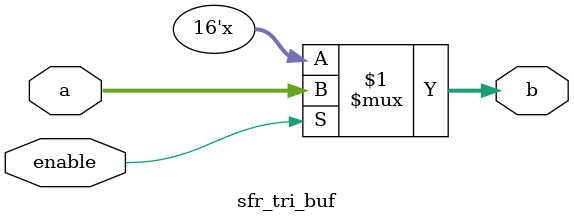
<source format=v>
module Mux4to1Nbit(F, S, I0, I1, I2, I3);
	parameter N = 64;
	input [N-1:0]I0, I1, I2, I3;
	input [2:0]S;
	output [N-1:0]F;
	
	assign F = S[1] ? (S[0] ? I3 : I2) : (S[0] ? I1 : I0);
endmodule

module Mux8to1Nbit(F, S, I0, I1, I2, I3, I4, I5, I6, I7);
	parameter N = 64;
	input [N-1:0]I0, I1, I2, I3, I4, I5, I6, I7;
	input [2:0]S;
	output [N-1:0]F;
	
	assign F = S[2] ? (S[1] ? (S[0] ? I7 : I6) : (S[0] ? I5 : I4)) : (S[1] ? (S[0] ? I3 : I2) : (S[0] ? I1 : I0));
endmodule

module Mux32to1Nbit(F, S, I00, I01, I02, I03, I04, I05, I06, I07, I08, I09,
								  I10, I11, I12, I13, I14, I15, I16, I17, I18, I19,
								  I20, I21, I22, I23, I24, I25, I26, I27, I28, I29,
								  I30, I31);

	parameter N = 8;
	output reg [N-1:0]F; // output
	input [4:0]S; // select
	input [N-1:0]I00, I01, I02, I03, I04, I05, I06, I07, I08, I09;
	input [N-1:0]I10, I11, I12, I13, I14, I15, I16, I17, I18, I19;
	input [N-1:0]I20, I21, I22, I23, I24, I25, I26, I27, I28, I29;
	input [N-1:0]I30, I31;
	
	always @(*) begin
		case(S)
			5'h00: F <= I00;
			5'h01: F <= I01;
			5'h02: F <= I02;
			5'h03: F <= I03;
			5'h04: F <= I04;
			5'h05: F <= I05;
			5'h06: F <= I06;
			5'h07: F <= I07;
			5'h08: F <= I08;
			5'h09: F <= I09;
			5'h0A: F <= I10;
			5'h0B: F <= I11;
			5'h0C: F <= I12;
			5'h0D: F <= I13;
			5'h0E: F <= I14;
			5'h0F: F <= I15;
			5'h10: F <= I16;
			5'h11: F <= I17;
			5'h12: F <= I18;
			5'h13: F <= I19;
			5'h14: F <= I20;
			5'h15: F <= I21;
			5'h16: F <= I22;
			5'h17: F <= I23;
			5'h18: F <= I24;
			5'h19: F <= I25;
			5'h1A: F <= I26;
			5'h1B: F <= I27;
			5'h1C: F <= I28;
			5'h1D: F <= I29;
			5'h1E: F <= I30;
			5'h1F: F <= I31;
		endcase
	end
endmodule

// this is here only to make into a block
module mux2to1_64bit(F, S, I0, I1);
	input [63:0] I0, I1;
	input S;
	output [63:0] F;
	
	assign F = S ? I1 : I0;
endmodule

module tri_buf (a,b,enable);
	input [63:0] a;
	output[63:0] b;
	input enable;
	assign b = (enable) ? a : 64'bz;
endmodule
module sfr_tri_buf (a,b,enable);
	input [15:0] a;
	output[15:0] b;
	input enable;
	assign b = (enable) ? a : 16'bz;
endmodule

</source>
